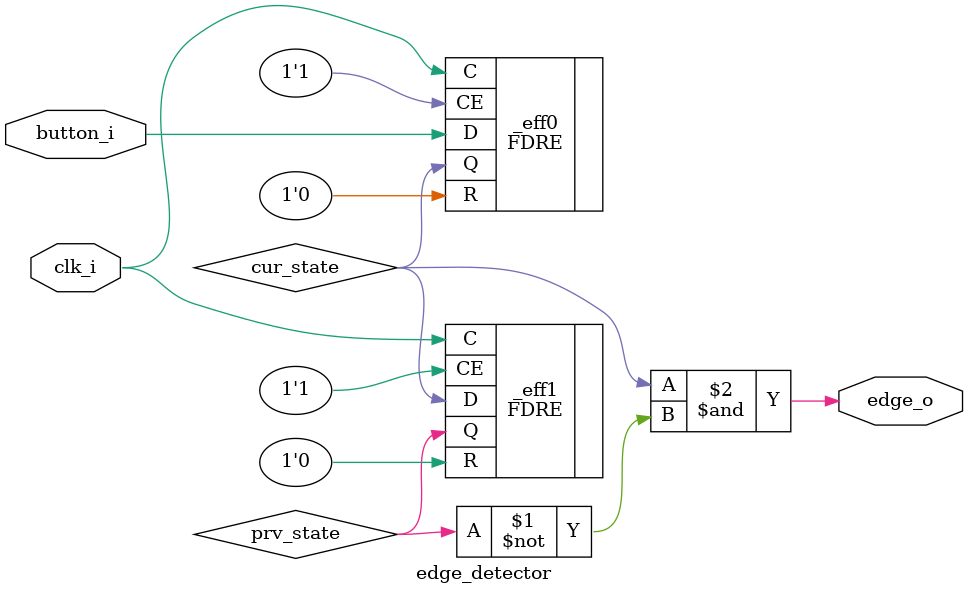
<source format=v>
`timescale 1ns / 1ps

// Edge Detector – Generates single-cycle pulses on button presses.
module edge_detector(
    input clk_i,        // Lab03. Page 5: Connect the clk inputs of the Edge Detector and Counters to a net named clkin.
    input button_i,     // Lab03. Page 4: Pushbuttons btnU and btnD will be connected to the input of an Edge Detector.
                        // btnU or btnD or btnL
    output edge_o       // Single clock cycle pulse on rising edge of button
);

    // Two-stage synchronizer: reduces metastability risk and aligns to clk_i domain.
    wire cur_state, prv_state;
    
    // Lab03. Page 1: Using the FDRE module that is part of the "built-in" Unisim library.
    // F = Flip-flop | D = D-type | R = synchronous Reset input | E = clock Enable
    
    // .INIT(1'b0): sets initial Q=0 **once at FPGA configuration time** (power-up). 
    // .C(clk_i): main clock input - defines *when* the flip-flop samples D (on rising edge)
    // .R(1'b0): synchronous reset (inactive here) - can force Q to 0 regardless of D
    // .CE(1'b1): clock enable (always ON) - allows capturing new data every clock cycle
    // .D(button_i): input button signal (asynchronous) to be synchronized
    // .Q(cur_state): synchronized output, updated on the next rising clock edge
    FDRE #(.INIT(1'b0)) // Create an FDRE flip-flop #1 (first synchronizer stage)
        _eff0 (.C(clk_i), .R(1'b0), .CE(1'b1), .D(button_i), .Q(cur_state));

    // ---------- Flip-Flop Stage 2 ----------
    // Captures cur_state one clock later to provide a "previous state" version.
    FDRE #(.INIT(1'b0)) // Create an FDRE flip-flop #2 (second synchronizer stage)
        _eff1 (.C(clk_i), .R(1'b0), .CE(1'b1), .D(cur_state), .Q(prv_state));
    
    // Lab03. Page 4: generate a high value for one clock cycle if the past two inputs consist of a 0 followed by a 1.
    assign edge_o = cur_state & ~prv_state; // Rising-edge detect: current=1 & previous=0 → 1-clock pulse

endmodule
</source>
